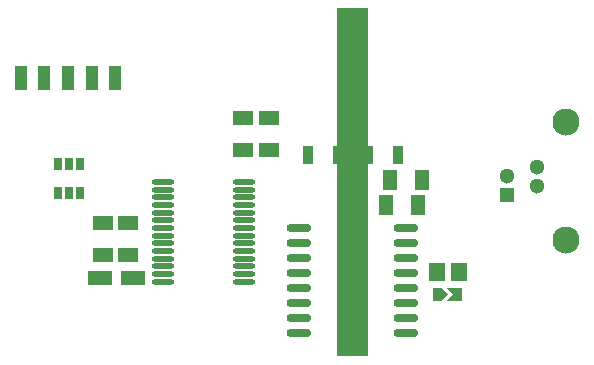
<source format=gts>
G04*
G04 #@! TF.GenerationSoftware,Altium Limited,Altium Designer,19.1.7 (138)*
G04*
G04 Layer_Color=8388736*
%FSLAX44Y44*%
%MOMM*%
G71*
G01*
G75*
%ADD10R,1.1000X2.1000*%
%ADD11C,0.3540*%
%ADD12R,1.4000X1.6000*%
%ADD13R,1.8000X1.2000*%
%ADD14R,1.2000X1.8000*%
%ADD15O,2.1000X0.7000*%
%ADD16R,0.9000X1.6000*%
%ADD17R,2.1000X1.3000*%
%ADD18O,1.9000X0.4500*%
%ADD19R,0.7500X1.0000*%
%ADD20C,2.3000*%
%ADD21R,1.3000X1.3000*%
%ADD22C,1.3000*%
G36*
X1397750Y1049500D02*
X1384250D01*
X1389750Y1055000D01*
X1389750D01*
X1384250Y1060500D01*
X1397750D01*
Y1049500D01*
D02*
G37*
G36*
X1385750Y1055000D02*
X1380250Y1049500D01*
X1373250D01*
Y1060500D01*
X1380250D01*
X1385750Y1055000D01*
D02*
G37*
G36*
X1318000Y1002590D02*
X1292000D01*
X1292000Y1297410D01*
X1318000D01*
X1318000Y1002590D01*
D02*
G37*
D10*
X1064100Y1238600D02*
D03*
X1084100D02*
D03*
X1024100D02*
D03*
X1104100D02*
D03*
X1044100D02*
D03*
D11*
X1394000Y1055000D02*
D03*
X1379000D02*
D03*
D12*
X1376500Y1074000D02*
D03*
X1395500D02*
D03*
D13*
X1094000Y1115500D02*
D03*
Y1088500D02*
D03*
X1212000Y1204500D02*
D03*
Y1177500D02*
D03*
X1115000Y1115500D02*
D03*
Y1088500D02*
D03*
X1234000Y1204500D02*
D03*
Y1177500D02*
D03*
D14*
X1333500Y1131000D02*
D03*
X1360500D02*
D03*
X1336500Y1152000D02*
D03*
X1363500D02*
D03*
D15*
X1350000Y1022550D02*
D03*
Y1035250D02*
D03*
Y1047950D02*
D03*
Y1060650D02*
D03*
Y1073350D02*
D03*
Y1086050D02*
D03*
Y1098750D02*
D03*
Y1111450D02*
D03*
X1260000Y1022550D02*
D03*
Y1035250D02*
D03*
Y1047950D02*
D03*
Y1060650D02*
D03*
Y1073350D02*
D03*
Y1086050D02*
D03*
Y1098750D02*
D03*
Y1111450D02*
D03*
D16*
X1267000Y1173000D02*
D03*
X1292400D02*
D03*
X1317800D02*
D03*
X1343200D02*
D03*
D17*
X1091000Y1069000D02*
D03*
X1119000D02*
D03*
D18*
X1213000Y1065750D02*
D03*
Y1072250D02*
D03*
Y1078750D02*
D03*
Y1085250D02*
D03*
Y1091750D02*
D03*
Y1098250D02*
D03*
Y1104750D02*
D03*
Y1111250D02*
D03*
Y1117750D02*
D03*
Y1124250D02*
D03*
Y1130750D02*
D03*
Y1137250D02*
D03*
Y1143750D02*
D03*
Y1150250D02*
D03*
X1145000Y1065750D02*
D03*
Y1072250D02*
D03*
Y1078750D02*
D03*
Y1085250D02*
D03*
Y1091750D02*
D03*
Y1098250D02*
D03*
Y1104750D02*
D03*
Y1111250D02*
D03*
Y1117750D02*
D03*
Y1124250D02*
D03*
Y1130750D02*
D03*
Y1137250D02*
D03*
Y1143750D02*
D03*
Y1150250D02*
D03*
D19*
X1065000Y1165000D02*
D03*
X1055500Y1141000D02*
D03*
X1065000D02*
D03*
X1074500D02*
D03*
Y1165000D02*
D03*
X1055500D02*
D03*
D20*
X1486000Y1201000D02*
D03*
Y1101000D02*
D03*
D21*
X1436000Y1139000D02*
D03*
D22*
X1461000Y1147000D02*
D03*
X1436000Y1155000D02*
D03*
X1461000Y1163000D02*
D03*
M02*

</source>
